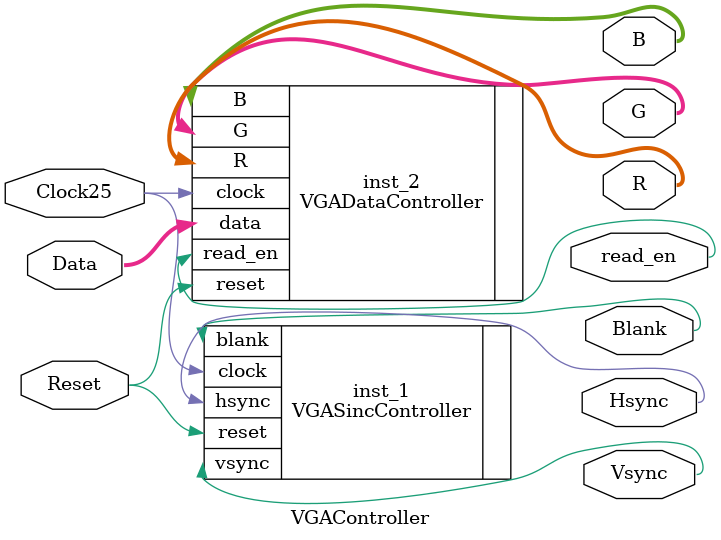
<source format=v>
module VGAController(read_en, Blank, Hsync, Vsync, R, G, B, Clock25, Reset, Data);

	input Clock25, Reset;
	input[23:0] Data;
	output read_en;
	output[7:0] R, G, B;
	output wire Blank, Vsync, Hsync;
	
	
	VGASincController inst_1(.clock(Clock25), 
									 .reset(Reset), 
									 .blank(Blank), 
									 .hsync(Hsync), 
									 .vsync(Vsync)); 
							  
	VGADataController inst_2(.clock(Clock25), 
									 .reset(Reset), 
									 .data(Data),
									 .read_en(read_en), 
									 .R(R), 
									 .G(G), 
									 .B(B));
endmodule
</source>
